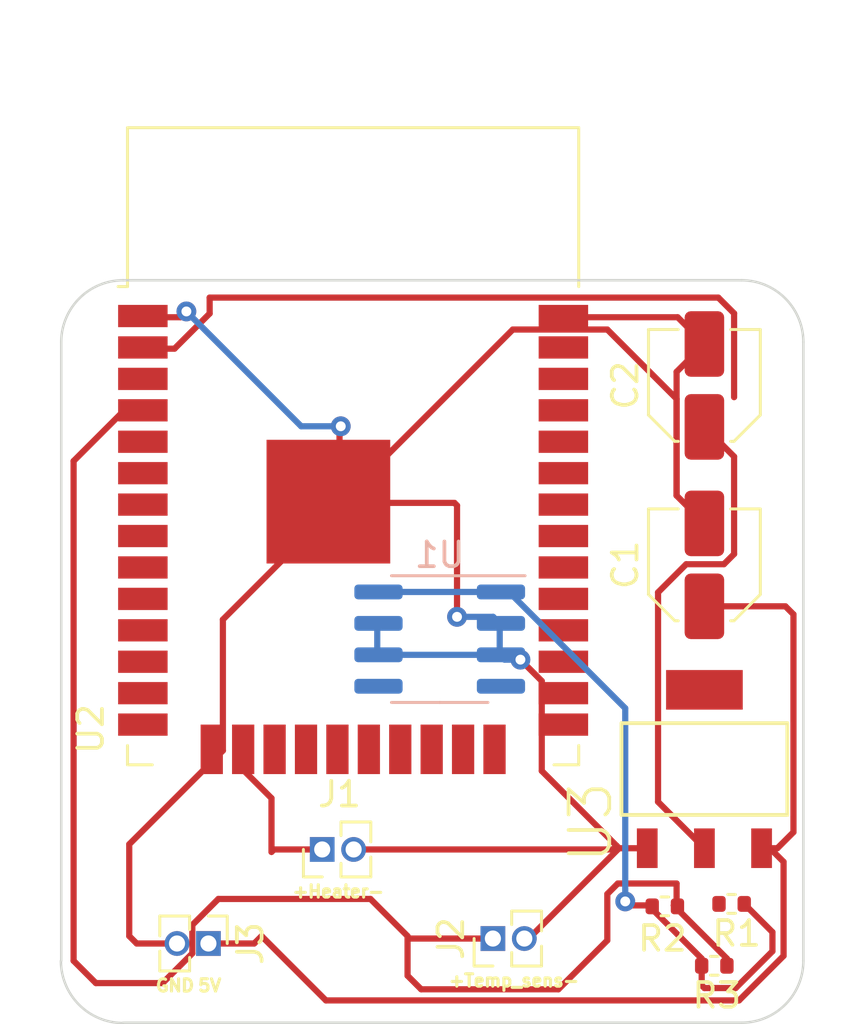
<source format=kicad_pcb>
(kicad_pcb (version 20211014) (generator pcbnew)
  (layers (0 "F.Cu" signal) (31 "B.Cu" signal) (34 "B.Paste" user) (35 "F.Paste" user) (36 "B.SilkS" user "B.Silkscreen") (37 "F.SilkS" user "F.Silkscreen") (38 "B.Mask" user) (39 "F.Mask" user) (44 "Edge.Cuts" user))
  (net 0 "")
  (net 1 "/5V")
  (net 2 "/GND")
  (net 3 "/3.3V")
  (net 4 "+5V")
  (net 5 "/TEMP_SENS")
  (net 38 "Net-(R1-Pad2)")
  (net 39 "Net-(U2-Pad16)")
  (footprint "Resistor_SMD:R_0402_1005Metric" (layer "F.Cu") (at 99.4 97.8)
    (fp_text reference "R2" (at -0.1 1.3) (layer "F.SilkS"))
    (fp_text value "1K")
    (fp_line (start -0.153641 0.38) (end 0.153641 0.38) (layer "F.SilkS") (width 0.12))
    (fp_line (start -0.153641 -0.38) (end 0.153641 -0.38) (layer "F.SilkS") (width 0.12))
    (pad "1" smd roundrect (at -0.51 0) (size 0.54 0.64) (layers "F.Cu" "F.Paste" "F.Mask") (net 38 "Net-(R1-Pad2)"))
    (pad "2" smd roundrect (at 0.51 0) (size 0.54 0.64) (layers "F.Cu" "F.Paste" "F.Mask") (net 5 "/TEMP_SENS"))
  )
  (footprint "Capacitor_SMD:C_Elec_4x5.8" (layer "F.Cu") (at 101 76.75 90)
    (fp_text reference "C2" (at 0 -3.2 90) (layer "F.SilkS"))
    (fp_text value "10uF")
    (fp_line (start -2.26 -1.195563) (end -1.195563 -2.26) (layer "F.SilkS") (width 0.12))
    (fp_line (start 2.26 -2.26) (end 2.26 -1.06) (layer "F.SilkS") (width 0.12))
    (fp_line (start -2.26 -1.195563) (end -2.26 -1.06) (layer "F.SilkS") (width 0.12))
    (fp_line (start -1.195563 2.26) (end 2.26 2.26) (layer "F.SilkS") (width 0.12))
    (fp_line (start -2.26 1.195563) (end -2.26 1.06) (layer "F.SilkS") (width 0.12))
    (fp_line (start -2.26 1.195563) (end -1.195563 2.26) (layer "F.SilkS") (width 0.12))
    (fp_line (start -1.195563 -2.26) (end 2.26 -2.26) (layer "F.SilkS") (width 0.12))
    (fp_line (start 2.26 2.26) (end 2.26 1.06) (layer "F.SilkS") (width 0.12))
    (pad "1" smd roundrect (at -1.675 0 90) (size 2.65 1.6) (layers "F.Cu" "F.Paste" "F.Mask") (roundrect_rratio 0.15625) (net 3 "/3.3V"))
    (pad "2" smd roundrect (at 1.675 0 90) (size 2.65 1.6) (layers "F.Cu" "F.Paste" "F.Mask") (roundrect_rratio 0.15625) (net 2 "/GND"))
  )
  (footprint "Connector_PinHeader_1.27mm:PinHeader_1x02_P1.27mm_Vertical" (layer "F.Cu") (at 85.55 95.5 90)
    (fp_text reference "J1" (at 2.23 0.7 180) (layer "F.SilkS"))
    (fp_text value "Conn_01x02_Female" hide)
    (fp_line (start 0.563471 0.76) (end 1.11 0.76) (layer "F.SilkS") (width 0.12))
    (fp_line (start 0.30753 1.965) (end 1.11 1.965) (layer "F.SilkS") (width 0.12))
    (fp_line (start -1.11 0.76) (end -0.563471 0.76) (layer "F.SilkS") (width 0.12))
    (fp_line (start -1.11 0) (end -1.11 -0.76) (layer "F.SilkS") (width 0.12))
    (fp_line (start -1.11 0.76) (end -1.11 1.965) (layer "F.SilkS") (width 0.12))
    (fp_line (start -1.11 1.965) (end -0.30753 1.965) (layer "F.SilkS") (width 0.12))
    (fp_line (start 1.11 0.76) (end 1.11 1.965) (layer "F.SilkS") (width 0.12))
    (fp_line (start -1.11 -0.76) (end 0 -0.76) (layer "F.SilkS") (width 0.12))
    (pad "1" thru_hole rect (at 0 0 90) (size 1 1) (drill 0.65) (layers *.Cu *.Mask) (net 39 "Net-(U2-Pad16)"))
    (pad "2" thru_hole oval (at 0 1.27 90) (size 1 1) (drill 0.65) (layers *.Cu *.Mask) (net 2 "/GND"))
  )
  (footprint "Resistor_SMD:R_0402_1005Metric" (layer "F.Cu") (at 101.4 100.2)
    (fp_text reference "R3" (at 0.1 1.2) (layer "F.SilkS"))
    (fp_text value "1K")
    (fp_line (start -0.153641 -0.38) (end 0.153641 -0.38) (layer "F.SilkS") (width 0.12))
    (fp_line (start -0.153641 0.38) (end 0.153641 0.38) (layer "F.SilkS") (width 0.12))
    (pad "1" smd roundrect (at -0.51 0) (size 0.54 0.64) (layers "F.Cu" "F.Paste" "F.Mask") (net 38 "Net-(R1-Pad2)"))
    (pad "2" smd roundrect (at 0.51 0) (size 0.54 0.64) (layers "F.Cu" "F.Paste" "F.Mask") (net 5 "/TEMP_SENS"))
  )
  (footprint "Resistor_SMD:R_0402_1005Metric" (layer "F.Cu") (at 102.1 97.7)
    (fp_text reference "R1" (at 0.2 1.2) (layer "F.SilkS"))
    (fp_text value "20")
    (fp_line (start -0.153641 0.38) (end 0.153641 0.38) (layer "F.SilkS") (width 0.12))
    (fp_line (start -0.153641 -0.38) (end 0.153641 -0.38) (layer "F.SilkS") (width 0.12))
    (pad "1" smd roundrect (at -0.51 0) (size 0.54 0.64) (layers "F.Cu" "F.Paste" "F.Mask") (net 4 "+5V"))
    (pad "2" smd roundrect (at 0.51 0) (size 0.54 0.64) (layers "F.Cu" "F.Paste" "F.Mask") (net 38 "Net-(R1-Pad2)"))
  )
  (footprint "LM1117-3:SOT230" (layer "F.Cu") (at 101 92.25 90)
    (fp_text reference "U3" (at -2.15 -4.6 90) (layer "F.SilkS") (effects (font (size 1.64326 1.64326))))
    (fp_text value "LM1117-3.3")
    (fp_line (start 1.8542 3.3528) (end 1.8542 -3.3528) (layer "F.SilkS") (width 0.1524))
    (fp_line (start -1.8542 -3.3528) (end -1.8542 3.3528) (layer "F.SilkS") (width 0.1524))
    (fp_line (start 1.8542 -3.3528) (end -1.8542 -3.3528) (layer "F.SilkS") (width 0.1524))
    (fp_line (start -1.8542 3.3528) (end 1.8542 3.3528) (layer "F.SilkS") (width 0.1524))
    (pad "1" smd rect locked (at -3.2004 -2.3114 90) (size 1.6002 0.8382) (layers "F.Cu" "F.Paste" "F.Mask") (net 2 "/GND"))
    (pad "2" smd rect locked (at -3.2004 0 90) (size 1.6002 0.8382) (layers "F.Cu" "F.Paste" "F.Mask") (net 3 "/3.3V"))
    (pad "3" smd rect locked (at -3.2004 2.3114 90) (size 1.6002 0.8382) (layers "F.Cu" "F.Paste" "F.Mask") (net 1 "/5V"))
    (pad "4" smd rect locked (at 3.2004 0 90) (size 1.6002 3.0988) (layers "F.Cu" "F.Paste" "F.Mask"))
  )
  (footprint "Connector_PinHeader_1.27mm:PinHeader_1x02_P1.27mm_Vertical" (layer "F.Cu") (at 92.45 99.1 90)
    (fp_text reference "J2" (at 0 -1.695 90) (layer "F.SilkS"))
    (fp_text value "Conn_01x02_Female" hide)
    (fp_line (start -1.11 0.76) (end -0.563471 0.76) (layer "F.SilkS") (width 0.12))
    (fp_line (start -1.11 0.76) (end -1.11 1.965) (layer "F.SilkS") (width 0.12))
    (fp_line (start 0.563471 0.76) (end 1.11 0.76) (layer "F.SilkS") (width 0.12))
    (fp_line (start -1.11 1.965) (end -0.30753 1.965) (layer "F.SilkS") (width 0.12))
    (fp_line (start 0.30753 1.965) (end 1.11 1.965) (layer "F.SilkS") (width 0.12))
    (fp_line (start 1.11 0.76) (end 1.11 1.965) (layer "F.SilkS") (width 0.12))
    (fp_line (start -1.11 0) (end -1.11 -0.76) (layer "F.SilkS") (width 0.12))
    (fp_line (start -1.11 -0.76) (end 0 -0.76) (layer "F.SilkS") (width 0.12))
    (pad "1" thru_hole rect (at 0 0 90) (size 1 1) (drill 0.65) (layers *.Cu *.Mask) (net 5 "/TEMP_SENS"))
    (pad "2" thru_hole oval (at 0 1.27 90) (size 1 1) (drill 0.65) (layers *.Cu *.Mask) (net 2 "/GND"))
  )
  (footprint "RF_Module:ESP32-WROOM-32" (layer "F.Cu") (at 86.8 82.2)
    (fp_text reference "U2" (at -10.61 8.43 90) (layer "F.SilkS"))
    (fp_text value "ESP32-WROOM-32")
    (fp_line (start -9.12 -9.445) (end -9.5 -9.445) (layer "F.SilkS") (width 0.12))
    (fp_line (start 9.12 9.1) (end 9.12 9.88) (layer "F.SilkS") (width 0.12))
    (fp_line (start -9.12 -15.865) (end -9.12 -9.445) (layer "F.SilkS") (width 0.12))
    (fp_line (start -9.12 -15.865) (end 9.12 -15.865) (layer "F.SilkS") (width 0.12))
    (fp_line (start -9.12 9.88) (end -8.12 9.88) (layer "F.SilkS") (width 0.12))
    (fp_line (start 9.12 -15.865) (end 9.12 -9.445) (layer "F.SilkS") (width 0.12))
    (fp_line (start 9.12 9.88) (end 8.12 9.88) (layer "F.SilkS") (width 0.12))
    (fp_line (start -9.12 9.1) (end -9.12 9.88) (layer "F.SilkS") (width 0.12))
    (pad "1" smd rect (at -8.5 -8.255) (size 2 0.9) (layers "F.Cu" "F.Paste" "F.Mask") (net 2 "/GND"))
    (pad "2" smd rect (at -8.5 -6.985) (size 2 0.9) (layers "F.Cu" "F.Paste" "F.Mask") (net 3 "/3.3V"))
    (pad "3" smd rect (at -8.5 -5.715) (size 2 0.9) (layers "F.Cu" "F.Paste" "F.Mask"))
    (pad "4" smd rect (at -8.5 -4.445) (size 2 0.9) (layers "F.Cu" "F.Paste" "F.Mask") (net 5 "/TEMP_SENS"))
    (pad "5" smd rect (at -8.5 -3.175) (size 2 0.9) (layers "F.Cu" "F.Paste" "F.Mask"))
    (pad "6" smd rect (at -8.5 -1.905) (size 2 0.9) (layers "F.Cu" "F.Paste" "F.Mask"))
    (pad "7" smd rect (at -8.5 -0.635) (size 2 0.9) (layers "F.Cu" "F.Paste" "F.Mask"))
    (pad "8" smd rect (at -8.5 0.635) (size 2 0.9) (layers "F.Cu" "F.Paste" "F.Mask"))
    (pad "9" smd rect (at -8.5 1.905) (size 2 0.9) (layers "F.Cu" "F.Paste" "F.Mask"))
    (pad "10" smd rect (at -8.5 3.175) (size 2 0.9) (layers "F.Cu" "F.Paste" "F.Mask"))
    (pad "11" smd rect (at -8.5 4.445) (size 2 0.9) (layers "F.Cu" "F.Paste" "F.Mask"))
    (pad "12" smd rect (at -8.5 5.715) (size 2 0.9) (layers "F.Cu" "F.Paste" "F.Mask"))
    (pad "13" smd rect (at -8.5 6.985) (size 2 0.9) (layers "F.Cu" "F.Paste" "F.Mask"))
    (pad "14" smd rect (at -8.5 8.255) (size 2 0.9) (layers "F.Cu" "F.Paste" "F.Mask"))
    (pad "15" smd rect (at -5.715 9.255 90) (size 2 0.9) (layers "F.Cu" "F.Paste" "F.Mask") (net 2 "/GND"))
    (pad "16" smd rect (at -4.445 9.255 90) (size 2 0.9) (layers "F.Cu" "F.Paste" "F.Mask") (net 39 "Net-(U2-Pad16)"))
    (pad "17" smd rect (at -3.175 9.255 90) (size 2 0.9) (layers "F.Cu" "F.Paste" "F.Mask"))
    (pad "18" smd rect (at -1.905 9.255 90) (size 2 0.9) (layers "F.Cu" "F.Paste" "F.Mask"))
    (pad "19" smd rect (at -0.635 9.255 90) (size 2 0.9) (layers "F.Cu" "F.Paste" "F.Mask"))
    (pad "20" smd rect (at 0.635 9.255 90) (size 2 0.9) (layers "F.Cu" "F.Paste" "F.Mask"))
    (pad "21" smd rect (at 1.905 9.255 90) (size 2 0.9) (layers "F.Cu" "F.Paste" "F.Mask"))
    (pad "22" smd rect (at 3.175 9.255 90) (size 2 0.9) (layers "F.Cu" "F.Paste" "F.Mask"))
    (pad "23" smd rect (at 4.445 9.255 90) (size 2 0.9) (layers "F.Cu" "F.Paste" "F.Mask"))
    (pad "24" smd rect (at 5.715 9.255 90) (size 2 0.9) (layers "F.Cu" "F.Paste" "F.Mask"))
    (pad "25" smd rect (at 8.5 8.255) (size 2 0.9) (layers "F.Cu" "F.Paste" "F.Mask"))
    (pad "26" smd rect (at 8.5 6.985) (size 2 0.9) (layers "F.Cu" "F.Paste" "F.Mask"))
    (pad "27" smd rect (at 8.5 5.715) (size 2 0.9) (layers "F.Cu" "F.Paste" "F.Mask"))
    (pad "28" smd rect (at 8.5 4.445) (size 2 0.9) (layers "F.Cu" "F.Paste" "F.Mask"))
    (pad "29" smd rect (at 8.5 3.175) (size 2 0.9) (layers "F.Cu" "F.Paste" "F.Mask"))
    (pad "30" smd rect (at 8.5 1.905) (size 2 0.9) (layers "F.Cu" "F.Paste" "F.Mask"))
    (pad "31" smd rect (at 8.5 0.635) (size 2 0.9) (layers "F.Cu" "F.Paste" "F.Mask"))
    (pad "32" smd rect (at 8.5 -0.635) (size 2 0.9) (layers "F.Cu" "F.Paste" "F.Mask"))
    (pad "33" smd rect (at 8.5 -1.905) (size 2 0.9) (layers "F.Cu" "F.Paste" "F.Mask"))
    (pad "34" smd rect (at 8.5 -3.175) (size 2 0.9) (layers "F.Cu" "F.Paste" "F.Mask"))
    (pad "35" smd rect (at 8.5 -4.445) (size 2 0.9) (layers "F.Cu" "F.Paste" "F.Mask"))
    (pad "36" smd rect (at 8.5 -5.715) (size 2 0.9) (layers "F.Cu" "F.Paste" "F.Mask"))
    (pad "37" smd rect (at 8.5 -6.985) (size 2 0.9) (layers "F.Cu" "F.Paste" "F.Mask"))
    (pad "38" smd rect (at 8.5 -8.255) (size 2 0.9) (layers "F.Cu" "F.Paste" "F.Mask") (net 2 "/GND"))
    (pad "39" smd rect (at -1 -0.755) (size 5 5) (layers "F.Cu" "F.Paste" "F.Mask") (net 2 "/GND"))
  )
  (footprint "Capacitor_SMD:C_Elec_4x5.8" (layer "F.Cu") (at 101 84 90)
    (fp_text reference "C1" (at 0 -3.2 90) (layer "F.SilkS"))
    (fp_text value "10uF")
    (fp_line (start -1.195563 2.26) (end 2.26 2.26) (layer "F.SilkS") (width 0.12))
    (fp_line (start 2.26 2.26) (end 2.26 1.06) (layer "F.SilkS") (width 0.12))
    (fp_line (start -2.26 -1.195563) (end -2.26 -1.06) (layer "F.SilkS") (width 0.12))
    (fp_line (start -2.26 1.195563) (end -1.195563 2.26) (layer "F.SilkS") (width 0.12))
    (fp_line (start -2.26 1.195563) (end -2.26 1.06) (layer "F.SilkS") (width 0.12))
    (fp_line (start -2.26 -1.195563) (end -1.195563 -2.26) (layer "F.SilkS") (width 0.12))
    (fp_line (start 2.26 -2.26) (end 2.26 -1.06) (layer "F.SilkS") (width 0.12))
    (fp_line (start -1.195563 -2.26) (end 2.26 -2.26) (layer "F.SilkS") (width 0.12))
    (pad "1" smd roundrect (at -1.675 0 90) (size 2.65 1.6) (layers "F.Cu" "F.Paste" "F.Mask") (roundrect_rratio 0.15625) (net 1 "/5V"))
    (pad "2" smd roundrect (at 1.675 0 90) (size 2.65 1.6) (layers "F.Cu" "F.Paste" "F.Mask") (roundrect_rratio 0.15625) (net 2 "/GND"))
  )
  (footprint "Connector_PinHeader_1.27mm:PinHeader_1x02_P1.27mm_Vertical" (layer "F.Cu") (at 80.95 99.3 -90)
    (fp_text reference "J3" (at 0 -1.695 90) (layer "F.SilkS"))
    (fp_text value "Conn_01x02_Female" hide)
    (fp_line (start -1.11 -0.76) (end 0 -0.76) (layer "F.SilkS") (width 0.12))
    (fp_line (start 1.11 0.76) (end 1.11 1.965) (layer "F.SilkS") (width 0.12))
    (fp_line (start -1.11 1.965) (end -0.30753 1.965) (layer "F.SilkS") (width 0.12))
    (fp_line (start 0.563471 0.76) (end 1.11 0.76) (layer "F.SilkS") (width 0.12))
    (fp_line (start 0.30753 1.965) (end 1.11 1.965) (layer "F.SilkS") (width 0.12))
    (fp_line (start -1.11 0.76) (end -0.563471 0.76) (layer "F.SilkS") (width 0.12))
    (fp_line (start -1.11 0) (end -1.11 -0.76) (layer "F.SilkS") (width 0.12))
    (fp_line (start -1.11 0.76) (end -1.11 1.965) (layer "F.SilkS") (width 0.12))
    (pad "1" thru_hole rect (at 0 0 270) (size 1 1) (drill 0.65) (layers *.Cu *.Mask) (net 1 "/5V"))
    (pad "2" thru_hole oval (at 0 1.27 270) (size 1 1) (drill 0.65) (layers *.Cu *.Mask) (net 2 "/GND"))
  )
  (footprint "Package_SO:SOIC-8_3.9x4.9mm_P1.27mm" (layer "B.Cu") (at 90.3 87 180)
    (fp_text reference "U1" (at 0 3.4) (layer "B.SilkS") (effects (justify mirror)))
    (fp_text value "TL431D")
    (fp_line (start 0 -2.56) (end -1.95 -2.56) (layer "B.SilkS") (width 0.12))
    (fp_line (start 0 2.56) (end 1.95 2.56) (layer "B.SilkS") (width 0.12))
    (fp_line (start 0 2.56) (end -3.45 2.56) (layer "B.SilkS") (width 0.12))
    (fp_line (start 0 -2.56) (end 1.95 -2.56) (layer "B.SilkS") (width 0.12))
    (pad "1" smd roundrect (at -2.475 1.905 180) (size 1.95 0.6) (layers "B.Cu" "B.Paste" "B.Mask") (net 38 "Net-(R1-Pad2)"))
    (pad "2" smd roundrect (at -2.475 0.635 180) (size 1.95 0.6) (layers "B.Cu" "B.Paste" "B.Mask") (net 2 "/GND"))
    (pad "3" smd roundrect (at -2.475 -0.635 180) (size 1.95 0.6) (layers "B.Cu" "B.Paste" "B.Mask") (net 2 "/GND"))
    (pad "4" smd roundrect (at -2.475 -1.905 180) (size 1.95 0.6) (layers "B.Cu" "B.Paste" "B.Mask"))
    (pad "5" smd roundrect (at 2.475 -1.905 180) (size 1.95 0.6) (layers "B.Cu" "B.Paste" "B.Mask"))
    (pad "6" smd roundrect (at 2.475 -0.635 180) (size 1.95 0.6) (layers "B.Cu" "B.Paste" "B.Mask") (net 2 "/GND"))
    (pad "7" smd roundrect (at 2.475 0.635 180) (size 1.95 0.6) (layers "B.Cu" "B.Paste" "B.Mask") (net 2 "/GND"))
    (pad "8" smd roundrect (at 2.475 1.905 180) (size 1.95 0.6) (layers "B.Cu" "B.Paste" "B.Mask") (net 38 "Net-(R1-Pad2)"))
  )
  (gr_arc (start 77.5 102.512468) (mid 75.723417 101.776583) (end 74.987532 100) (layer "Edge.Cuts") (width 0.1))
  (gr_arc (start 102.5 72.5) (mid 104.267767 73.232233) (end 105 75) (layer "Edge.Cuts") (width 0.1))
  (gr_line (start 77.5 102.5) (end 102.5 102.5) (layer "Edge.Cuts") (width 0.1))
  (gr_line (start 77.5 72.5) (end 102.5 72.5) (layer "Edge.Cuts") (width 0.1))
  (gr_line (start 75 75) (end 75 100) (layer "Edge.Cuts") (width 0.1))
  (gr_arc (start 75 75) (mid 75.732233 73.232233) (end 77.5 72.5) (layer "Edge.Cuts") (width 0.1))
  (gr_line (start 105 100) (end 105 75) (layer "Edge.Cuts") (width 0.1))
  (gr_arc (start 105 100) (mid 104.267767 101.767767) (end 102.5 102.5) (layer "Edge.Cuts") (width 0.1))
  (gr_text "GND" (at 79.6 101) (layer "F.SilkS") (effects (font (size 0.5 0.5) (thickness 0.125))))
  (gr_text "+Heater-" (at 86.2 97.2) (layer "F.SilkS") (effects (font (size 0.5 0.5) (thickness 0.125))))
  (gr_text "5V" (at 81 101) (layer "F.SilkS") (effects (font (size 0.5 0.5) (thickness 0.125))))
  (gr_text "+Temp_sens-" (at 93.3 100.8) (layer "F.SilkS") (effects (font (size 0.5 0.5) (thickness 0.125))))
  (segment (start 83.1 99) (end 85.7 101.6) (width 0.25) (layer "F.Cu") (net 1))
  (segment (start 103.6504 95.4504) (end 103.3114 95.4504) (width 0.25) (layer "F.Cu") (net 1))
  (segment (start 82.8 99.3) (end 80.95 99.3) (width 0.25) (layer "F.Cu") (net 1))
  (segment (start 104.275 85.675) (end 104.6 86) (width 0.25) (layer "F.Cu") (net 1))
  (segment (start 104.6 94.8) (end 103.9496 95.4504) (width 0.25) (layer "F.Cu") (net 1))
  (segment (start 85.7 101.6) (end 102.4 101.6) (width 0.25) (layer "F.Cu") (net 1))
  (segment (start 104.2 99.8) (end 104.2 96) (width 0.25) (layer "F.Cu") (net 1))
  (segment (start 83.1 99) (end 82.8 99.3) (width 0.25) (layer "F.Cu") (net 1))
  (segment (start 102.4 101.6) (end 104.2 99.8) (width 0.25) (layer "F.Cu") (net 1))
  (segment (start 101 85.675) (end 104.275 85.675) (width 0.25) (layer "F.Cu") (net 1))
  (segment (start 103.9496 95.4504) (end 103.3114 95.4504) (width 0.25) (layer "F.Cu") (net 1))
  (segment (start 104.6 86) (end 104.6 94.8) (width 0.25) (layer "F.Cu") (net 1))
  (segment (start 104.2 96) (end 103.6504 95.4504) (width 0.25) (layer "F.Cu") (net 1))
  (segment (start 97.4496 95.3504) (end 97.3 95.5) (width 0.25) (layer "F.Cu") (net 2))
  (segment (start 79.824424 73.995) (end 80.059712 73.759712) (width 0.25) (layer "F.Cu") (net 2))
  (segment (start 99.92 73.995) (end 95.75 73.995) (width 0.25) (layer "F.Cu") (net 2))
  (segment (start 101 75.075) (end 99.92 73.995) (width 0.25) (layer "F.Cu") (net 2))
  (segment (start 97.5496 95.4504) (end 98.6886 95.4504) (width 0.25) (layer "F.Cu") (net 2))
  (segment (start 77.75 99) (end 78.05 99.3) (width 0.25) (layer "F.Cu") (net 2))
  (segment (start 99.87548 81.20048) (end 99.87548 76.19952) (width 0.25) (layer "F.Cu") (net 2))
  (segment (start 86.25 81.495) (end 81.535 86.21) (width 0.25) (layer "F.Cu") (net 2))
  (segment (start 97.074511 74.490489) (end 93.254511 74.490489) (width 0.25) (layer "F.Cu") (net 2))
  (segment (start 90.895 81.495) (end 91 81.6) (width 0.25) (layer "F.Cu") (net 2))
  (segment (start 101 82.325) (end 99.87548 81.20048) (width 0.25) (layer "F.Cu") (net 2))
  (segment (start 99.87548 81.20048) (end 99.87548 77.291458) (width 0.25) (layer "F.Cu") (net 2))
  (segment (start 99.87548 76.19952) (end 101 75.075) (width 0.25) (layer "F.Cu") (net 2))
  (segment (start 78.75 73.995) (end 79.824424 73.995) (width 0.25) (layer "F.Cu") (net 2))
  (segment (start 86.25 78.45) (end 86.25 81.495) (width 0.25) (layer "F.Cu") (net 2))
  (segment (start 99.87548 77.291458) (end 97.074511 74.490489) (width 0.25) (layer "F.Cu") (net 2))
  (segment (start 97.5496 95.4504) (end 97.4496 95.3504) (width 0.25) (layer "F.Cu") (net 2))
  (segment (start 91 81.6) (end 91 86.1) (width 0.25) (layer "F.Cu") (net 2))
  (segment (start 93.254511 74.490489) (end 86.25 81.495) (width 0.25) (layer "F.Cu") (net 2))
  (segment (start 94.425489 92.326289) (end 94.425489 88.693055) (width 0.25) (layer "F.Cu") (net 2))
  (segment (start 86.3 78.4) (end 86.25 78.45) (width 0.25) (layer "F.Cu") (net 2))
  (segment (start 81.535 86.21) (end 81.535 91.505) (width 0.25) (layer "F.Cu") (net 2))
  (segment (start 77.75 99) (end 77.75 95.29) (width 0.25) (layer "F.Cu") (net 2))
  (segment (start 97.3 95.5) (end 86.82 95.5) (width 0.25) (layer "F.Cu") (net 2))
  (segment (start 94 99) (end 97.5496 95.4504) (width 0.25) (layer "F.Cu") (net 2))
  (segment (start 97.4496 95.3504) (end 94.425489 92.326289) (width 0.25) (layer "F.Cu") (net 2))
  (segment (start 78.05 99.3) (end 79.68 99.3) (width 0.25) (layer "F.Cu") (net 2))
  (segment (start 86.25 81.495) (end 90.895 81.495) (width 0.25) (layer "F.Cu") (net 2))
  (segment (start 77.75 95.29) (end 81.535 91.505) (width 0.25) (layer "F.Cu") (net 2))
  (segment (start 94.425489 88.693055) (end 93.562557 87.830123) (width 0.25) (layer "F.Cu") (net 2))
  (via (at 80.059712 73.759712) (size 0.8) (drill 0.4) (layers "F.Cu" "B.Cu") (net 2))
  (via (at 86.3 78.4) (size 0.8) (drill 0.4) (layers "F.Cu" "B.Cu") (net 2))
  (via (at 93.562557 87.830123) (size 0.8) (drill 0.4) (layers "F.Cu" "B.Cu") (net 2))
  (via (at 91 86.1) (size 0.8) (drill 0.4) (layers "F.Cu" "B.Cu") (net 2))
  (segment (start 91 86.1) (end 92.46 86.1) (width 0.25) (layer "B.Cu") (net 2))
  (segment (start 84.7 78.4) (end 86.3 78.4) (width 0.25) (layer "B.Cu") (net 2))
  (segment (start 92.920123 87.830123) (end 92.725 87.635) (width 0.25) (layer "B.Cu") (net 2))
  (segment (start 92.725 87.635) (end 92.725 86.365) (width 0.25) (layer "B.Cu") (net 2))
  (segment (start 80.059712 73.759712) (end 84.7 78.4) (width 0.25) (layer "B.Cu") (net 2))
  (segment (start 93.562557 87.830123) (end 92.920123 87.830123) (width 0.25) (layer "B.Cu") (net 2))
  (segment (start 92.46 86.1) (end 92.725 86.365) (width 0.25) (layer "B.Cu") (net 2))
  (segment (start 87.775 86.365) (end 87.775 87.635) (width 0.25) (layer "B.Cu") (net 2))
  (segment (start 87.775 87.635) (end 92.725 87.635) (width 0.25) (layer "B.Cu") (net 2))
  (segment (start 101 95.4504) (end 99.126089 93.576489) (width 0.25) (layer "F.Cu") (net 3))
  (segment (start 102.2 79.625) (end 101 78.425) (width 0.25) (layer "F.Cu") (net 3))
  (segment (start 99.126089 85.111418) (end 100.262987 83.97452) (width 0.25) (layer "F.Cu") (net 3))
  (segment (start 102.2 83.562493) (end 102.2 79.625) (width 0.25) (layer "F.Cu") (net 3))
  (segment (start 79.579022 75.265) (end 78.75 75.265) (width 0.25) (layer "F.Cu") (net 3))
  (segment (start 101.562493 73.2) (end 81 73.2) (width 0.25) (layer "F.Cu") (net 3))
  (segment (start 99.126089 93.576489) (end 99.126089 85.111418) (width 0.25) (layer "F.Cu") (net 3))
  (segment (start 102.2 73.837507) (end 101.562493 73.2) (width 0.25) (layer "F.Cu") (net 3))
  (segment (start 81 73.844022) (end 79.579022 75.265) (width 0.25) (layer "F.Cu") (net 3))
  (segment (start 101.787973 83.97452) (end 102.2 83.562493) (width 0.25) (layer "F.Cu") (net 3))
  (segment (start 100.262987 83.97452) (end 101.787973 83.97452) (width 0.25) (layer "F.Cu") (net 3))
  (segment (start 81 73.2) (end 81 73.844022) (width 0.25) (layer "F.Cu") (net 3))
  (segment (start 102.2 77.225) (end 102.2 73.837507) (width 0.25) (layer "F.Cu") (net 3))
  (segment (start 76.400978 100.9) (end 75.5 99.999022) (width 0.25) (layer "F.Cu") (net 5))
  (segment (start 89.55048 101.15048) (end 95.098542 101.15048) (width 0.25) (layer "F.Cu") (net 5))
  (segment (start 97.075489 99.173533) (end 97.075489 97.299897) (width 0.25) (layer "F.Cu") (net 5))
  (segment (start 89 99) (end 89 100.6) (width 0.25) (layer "F.Cu") (net 5))
  (segment (start 101.91 100.2) (end 101.91 99.91) (width 0.25) (layer "F.Cu") (net 5))
  (segment (start 97.499897 96.875489) (end 99.875489 96.875489) (width 0.25) (layer "F.Cu") (net 5))
  (segment (start 89 100.6) (end 89.55048 101.15048) (width 0.25) (layer "F.Cu") (net 5))
  (segment (start 75.5 99.999022) (end 75.5 79.805) (width 0.25) (layer "F.Cu") (net 5))
  (segment (start 101.91 99.91) (end 99.76 97.76) (width 0.25) (layer "F.Cu") (net 5))
  (segment (start 92.45 99.1) (end 89 99.1) (width 0.25) (layer "F.Cu") (net 5))
  (segment (start 80.3 98.550978) (end 80.3 99.699022) (width 0.25) (layer "F.Cu") (net 5))
  (segment (start 95.098542 101.15048) (end 97.075489 99.173533) (width 0.25) (layer "F.Cu") (net 5))
  (segment (start 80.3 99.699022) (end 79.099022 100.9) (width 0.25) (layer "F.Cu") (net 5))
  (segment (start 79.099022 100.9) (end 76.400978 100.9) (width 0.25) (layer "F.Cu") (net 5))
  (segment (start 89 99) (end 87.5 97.5) (width 0.25) (layer "F.Cu") (net 5))
  (segment (start 75.5 79.805) (end 77.5 77.805) (width 0.25) (layer "F.Cu") (net 5))
  (segment (start 99.875489 96.875489) (end 99.875489 97.644511) (width 0.25) (layer "F.Cu") (net 5))
  (segment (start 97.075489 97.299897) (end 97.499897 96.875489) (width 0.25) (layer "F.Cu") (net 5))
  (segment (start 77.5 77.805) (end 78.75 77.805) (width 0.25) (layer "F.Cu") (net 5))
  (segment (start 87.5 97.5) (end 81.350978 97.5) (width 0.25) (layer "F.Cu") (net 5))
  (segment (start 81.350978 97.5) (end 80.3 98.550978) (width 0.25) (layer "F.Cu") (net 5))
  (segment (start 99.875489 97.644511) (end 99.76 97.76) (width 0.25) (layer "F.Cu") (net 5))
  (segment (start 100.89 100.99) (end 101 101.1) (width 0.25) (layer "F.Cu") (net 38))
  (segment (start 102.264282 101.1) (end 103.75048 99.613802) (width 0.25) (layer "F.Cu") (net 38))
  (segment (start 98.74 97.76) (end 97.96 97.76) (width 0.25) (layer "F.Cu") (net 38))
  (segment (start 100.89 99.91) (end 98.74 97.76) (width 0.25) (layer "F.Cu") (net 38))
  (segment (start 97.96 97.76) (end 97.8 97.6) (width 0.25) (layer "F.Cu") (net 38))
  (segment (start 101 101.1) (end 102.264282 101.1) (width 0.25) (layer "F.Cu") (net 38))
  (segment (start 103.75048 99.613802) (end 103.75048 98.84048) (width 0.25) (layer "F.Cu") (net 38))
  (segment (start 100.89 100.2) (end 100.89 100.99) (width 0.25) (layer "F.Cu") (net 38))
  (segment (start 103.75048 98.84048) (end 102.67 97.76) (width 0.25) (layer "F.Cu") (net 38))
  (segment (start 100.89 100.2) (end 100.89 99.91) (width 0.25) (layer "F.Cu") (net 38))
  (via (at 97.8 97.6) (size 0.8) (drill 0.4) (layers "F.Cu" "B.Cu") (net 38))
  (segment (start 92.348928 85.095) (end 92.725 85.095) (width 0.25) (layer "B.Cu") (net 38))
  (segment (start 97.8 89.793928) (end 93.101072 85.095) (width 0.25) (layer "B.Cu") (net 38))
  (segment (start 87.775 85.095) (end 92.725 85.095) (width 0.25) (layer "B.Cu") (net 38))
  (segment (start 93.101072 85.095) (end 92.725 85.095) (width 0.25) (layer "B.Cu") (net 38))
  (segment (start 97.8 97.6) (end 97.8 89.793928) (width 0.25) (layer "B.Cu") (net 38))
  (segment (start 83.6 95.5) (end 85.55 95.5) (width 0.25) (layer "F.Cu") (net 39))
  (segment (start 82.355 92.284022) (end 82.355 91.455) (width 0.25) (layer "F.Cu") (net 39))
  (segment (start 83.5 93.429022) (end 82.355 92.284022) (width 0.25) (layer "F.Cu") (net 39))
  (segment (start 83.5 95.6) (end 83.6 95.5) (width 0.25) (layer "F.Cu") (net 39))
  (segment (start 83.5 95.6) (end 83.5 93.429022) (width 0.25) (layer "F.Cu") (net 39))
)
</source>
